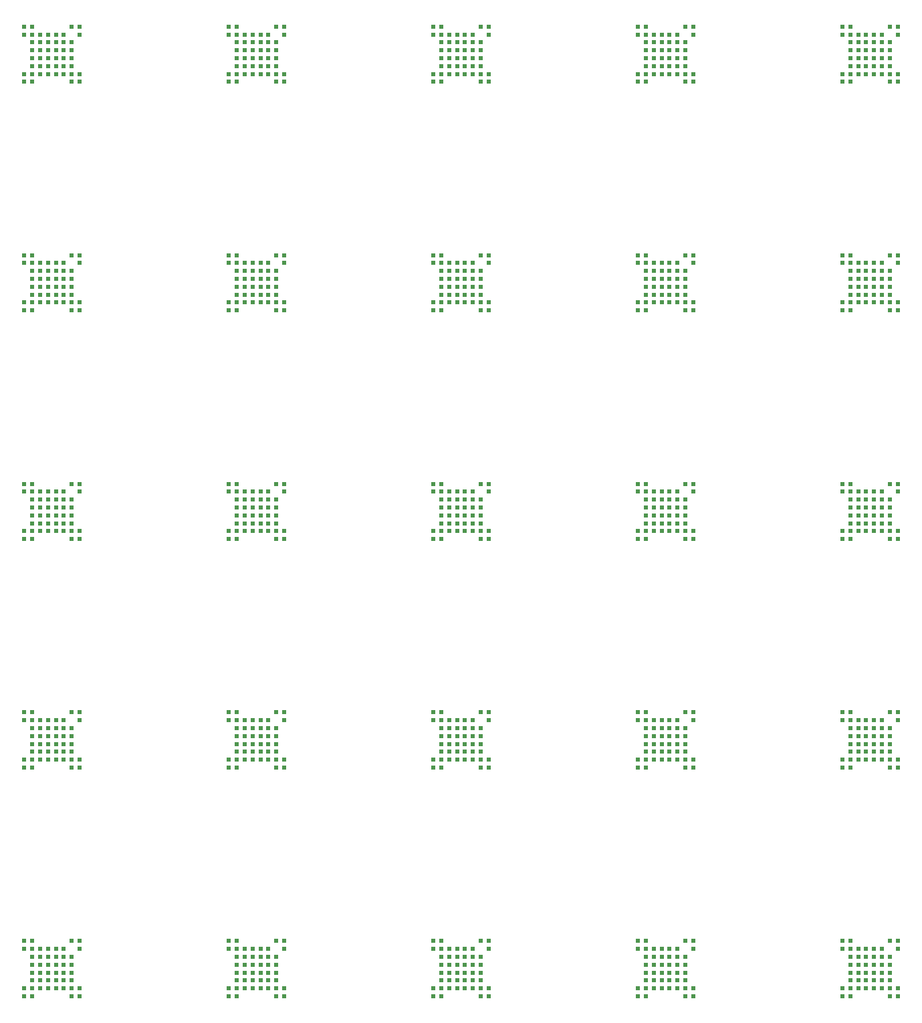
<source format=gbp>
%TF.GenerationSoftware,KiCad,Pcbnew,9.0.1*%
%TF.CreationDate,2025-09-09T14:55:51-06:00*%
%TF.ProjectId,SparkFun_Qwiic_Fingerprint_Sensor_FPC2534_panelized,53706172-6b46-4756-9e5f-51776969635f,v10*%
%TF.SameCoordinates,Original*%
%TF.FileFunction,Paste,Bot*%
%TF.FilePolarity,Positive*%
%FSLAX46Y46*%
G04 Gerber Fmt 4.6, Leading zero omitted, Abs format (unit mm)*
G04 Created by KiCad (PCBNEW 9.0.1) date 2025-09-09 14:55:51*
%MOMM*%
%LPD*%
G01*
G04 APERTURE LIST*
%ADD10R,0.600000X0.600000*%
G04 APERTURE END LIST*
D10*
%TO.C,U1*%
X119800000Y131992000D03*
X118800000Y131992000D03*
X113800000Y131992000D03*
X112800000Y131992000D03*
X119800000Y130992000D03*
X117800000Y130992000D03*
X116800000Y130992000D03*
X115800000Y130992000D03*
X114800000Y130992000D03*
X113800000Y130992000D03*
X112800000Y130992000D03*
X118800000Y129992000D03*
X117800000Y129992000D03*
X116800000Y129992000D03*
X115800000Y129992000D03*
X114800000Y129992000D03*
X113800000Y129992000D03*
X118800000Y128992000D03*
X117800000Y128992000D03*
X116800000Y128992000D03*
X115800000Y128992000D03*
X114800000Y128992000D03*
X113800000Y128992000D03*
X118800000Y127992000D03*
X117800000Y127992000D03*
X116800000Y127992000D03*
X115800000Y127992000D03*
X114800000Y127992000D03*
X113800000Y127992000D03*
X118800000Y126992000D03*
X117800000Y126992000D03*
X116800000Y126992000D03*
X115800000Y126992000D03*
X114800000Y126992000D03*
X113800000Y126992000D03*
X119800000Y125992000D03*
X118800000Y125992000D03*
X117800000Y125992000D03*
X116800000Y125992000D03*
X115800000Y125992000D03*
X114800000Y125992000D03*
X113800000Y125992000D03*
X112800000Y125992000D03*
X119800000Y124992000D03*
X118800000Y124992000D03*
X113800000Y124992000D03*
X112800000Y124992000D03*
%TD*%
%TO.C,U1*%
X119800000Y103044000D03*
X118800000Y103044000D03*
X113800000Y103044000D03*
X112800000Y103044000D03*
X119800000Y102044000D03*
X117800000Y102044000D03*
X116800000Y102044000D03*
X115800000Y102044000D03*
X114800000Y102044000D03*
X113800000Y102044000D03*
X112800000Y102044000D03*
X118800000Y101044000D03*
X117800000Y101044000D03*
X116800000Y101044000D03*
X115800000Y101044000D03*
X114800000Y101044000D03*
X113800000Y101044000D03*
X118800000Y100044000D03*
X117800000Y100044000D03*
X116800000Y100044000D03*
X115800000Y100044000D03*
X114800000Y100044000D03*
X113800000Y100044000D03*
X118800000Y99044000D03*
X117800000Y99044000D03*
X116800000Y99044000D03*
X115800000Y99044000D03*
X114800000Y99044000D03*
X113800000Y99044000D03*
X118800000Y98044000D03*
X117800000Y98044000D03*
X116800000Y98044000D03*
X115800000Y98044000D03*
X114800000Y98044000D03*
X113800000Y98044000D03*
X119800000Y97044000D03*
X118800000Y97044000D03*
X117800000Y97044000D03*
X116800000Y97044000D03*
X115800000Y97044000D03*
X114800000Y97044000D03*
X113800000Y97044000D03*
X112800000Y97044000D03*
X119800000Y96044000D03*
X118800000Y96044000D03*
X113800000Y96044000D03*
X112800000Y96044000D03*
%TD*%
%TO.C,U1*%
X119800000Y74096000D03*
X118800000Y74096000D03*
X113800000Y74096000D03*
X112800000Y74096000D03*
X119800000Y73096000D03*
X117800000Y73096000D03*
X116800000Y73096000D03*
X115800000Y73096000D03*
X114800000Y73096000D03*
X113800000Y73096000D03*
X112800000Y73096000D03*
X118800000Y72096000D03*
X117800000Y72096000D03*
X116800000Y72096000D03*
X115800000Y72096000D03*
X114800000Y72096000D03*
X113800000Y72096000D03*
X118800000Y71096000D03*
X117800000Y71096000D03*
X116800000Y71096000D03*
X115800000Y71096000D03*
X114800000Y71096000D03*
X113800000Y71096000D03*
X118800000Y70096000D03*
X117800000Y70096000D03*
X116800000Y70096000D03*
X115800000Y70096000D03*
X114800000Y70096000D03*
X113800000Y70096000D03*
X118800000Y69096000D03*
X117800000Y69096000D03*
X116800000Y69096000D03*
X115800000Y69096000D03*
X114800000Y69096000D03*
X113800000Y69096000D03*
X119800000Y68096000D03*
X118800000Y68096000D03*
X117800000Y68096000D03*
X116800000Y68096000D03*
X115800000Y68096000D03*
X114800000Y68096000D03*
X113800000Y68096000D03*
X112800000Y68096000D03*
X119800000Y67096000D03*
X118800000Y67096000D03*
X113800000Y67096000D03*
X112800000Y67096000D03*
%TD*%
%TO.C,U1*%
X119800000Y45148000D03*
X118800000Y45148000D03*
X113800000Y45148000D03*
X112800000Y45148000D03*
X119800000Y44148000D03*
X117800000Y44148000D03*
X116800000Y44148000D03*
X115800000Y44148000D03*
X114800000Y44148000D03*
X113800000Y44148000D03*
X112800000Y44148000D03*
X118800000Y43148000D03*
X117800000Y43148000D03*
X116800000Y43148000D03*
X115800000Y43148000D03*
X114800000Y43148000D03*
X113800000Y43148000D03*
X118800000Y42148000D03*
X117800000Y42148000D03*
X116800000Y42148000D03*
X115800000Y42148000D03*
X114800000Y42148000D03*
X113800000Y42148000D03*
X118800000Y41148000D03*
X117800000Y41148000D03*
X116800000Y41148000D03*
X115800000Y41148000D03*
X114800000Y41148000D03*
X113800000Y41148000D03*
X118800000Y40148000D03*
X117800000Y40148000D03*
X116800000Y40148000D03*
X115800000Y40148000D03*
X114800000Y40148000D03*
X113800000Y40148000D03*
X119800000Y39148000D03*
X118800000Y39148000D03*
X117800000Y39148000D03*
X116800000Y39148000D03*
X115800000Y39148000D03*
X114800000Y39148000D03*
X113800000Y39148000D03*
X112800000Y39148000D03*
X119800000Y38148000D03*
X118800000Y38148000D03*
X113800000Y38148000D03*
X112800000Y38148000D03*
%TD*%
%TO.C,U1*%
X119800000Y16200000D03*
X118800000Y16200000D03*
X113800000Y16200000D03*
X112800000Y16200000D03*
X119800000Y15200000D03*
X117800000Y15200000D03*
X116800000Y15200000D03*
X115800000Y15200000D03*
X114800000Y15200000D03*
X113800000Y15200000D03*
X112800000Y15200000D03*
X118800000Y14200000D03*
X117800000Y14200000D03*
X116800000Y14200000D03*
X115800000Y14200000D03*
X114800000Y14200000D03*
X113800000Y14200000D03*
X118800000Y13200000D03*
X117800000Y13200000D03*
X116800000Y13200000D03*
X115800000Y13200000D03*
X114800000Y13200000D03*
X113800000Y13200000D03*
X118800000Y12200000D03*
X117800000Y12200000D03*
X116800000Y12200000D03*
X115800000Y12200000D03*
X114800000Y12200000D03*
X113800000Y12200000D03*
X118800000Y11200000D03*
X117800000Y11200000D03*
X116800000Y11200000D03*
X115800000Y11200000D03*
X114800000Y11200000D03*
X113800000Y11200000D03*
X119800000Y10200000D03*
X118800000Y10200000D03*
X117800000Y10200000D03*
X116800000Y10200000D03*
X115800000Y10200000D03*
X114800000Y10200000D03*
X113800000Y10200000D03*
X112800000Y10200000D03*
X119800000Y9200000D03*
X118800000Y9200000D03*
X113800000Y9200000D03*
X112800000Y9200000D03*
%TD*%
%TO.C,U1*%
X93900000Y131992000D03*
X92900000Y131992000D03*
X87900000Y131992000D03*
X86900000Y131992000D03*
X93900000Y130992000D03*
X91900000Y130992000D03*
X90900000Y130992000D03*
X89900000Y130992000D03*
X88900000Y130992000D03*
X87900000Y130992000D03*
X86900000Y130992000D03*
X92900000Y129992000D03*
X91900000Y129992000D03*
X90900000Y129992000D03*
X89900000Y129992000D03*
X88900000Y129992000D03*
X87900000Y129992000D03*
X92900000Y128992000D03*
X91900000Y128992000D03*
X90900000Y128992000D03*
X89900000Y128992000D03*
X88900000Y128992000D03*
X87900000Y128992000D03*
X92900000Y127992000D03*
X91900000Y127992000D03*
X90900000Y127992000D03*
X89900000Y127992000D03*
X88900000Y127992000D03*
X87900000Y127992000D03*
X92900000Y126992000D03*
X91900000Y126992000D03*
X90900000Y126992000D03*
X89900000Y126992000D03*
X88900000Y126992000D03*
X87900000Y126992000D03*
X93900000Y125992000D03*
X92900000Y125992000D03*
X91900000Y125992000D03*
X90900000Y125992000D03*
X89900000Y125992000D03*
X88900000Y125992000D03*
X87900000Y125992000D03*
X86900000Y125992000D03*
X93900000Y124992000D03*
X92900000Y124992000D03*
X87900000Y124992000D03*
X86900000Y124992000D03*
%TD*%
%TO.C,U1*%
X93900000Y103044000D03*
X92900000Y103044000D03*
X87900000Y103044000D03*
X86900000Y103044000D03*
X93900000Y102044000D03*
X91900000Y102044000D03*
X90900000Y102044000D03*
X89900000Y102044000D03*
X88900000Y102044000D03*
X87900000Y102044000D03*
X86900000Y102044000D03*
X92900000Y101044000D03*
X91900000Y101044000D03*
X90900000Y101044000D03*
X89900000Y101044000D03*
X88900000Y101044000D03*
X87900000Y101044000D03*
X92900000Y100044000D03*
X91900000Y100044000D03*
X90900000Y100044000D03*
X89900000Y100044000D03*
X88900000Y100044000D03*
X87900000Y100044000D03*
X92900000Y99044000D03*
X91900000Y99044000D03*
X90900000Y99044000D03*
X89900000Y99044000D03*
X88900000Y99044000D03*
X87900000Y99044000D03*
X92900000Y98044000D03*
X91900000Y98044000D03*
X90900000Y98044000D03*
X89900000Y98044000D03*
X88900000Y98044000D03*
X87900000Y98044000D03*
X93900000Y97044000D03*
X92900000Y97044000D03*
X91900000Y97044000D03*
X90900000Y97044000D03*
X89900000Y97044000D03*
X88900000Y97044000D03*
X87900000Y97044000D03*
X86900000Y97044000D03*
X93900000Y96044000D03*
X92900000Y96044000D03*
X87900000Y96044000D03*
X86900000Y96044000D03*
%TD*%
%TO.C,U1*%
X93900000Y74096000D03*
X92900000Y74096000D03*
X87900000Y74096000D03*
X86900000Y74096000D03*
X93900000Y73096000D03*
X91900000Y73096000D03*
X90900000Y73096000D03*
X89900000Y73096000D03*
X88900000Y73096000D03*
X87900000Y73096000D03*
X86900000Y73096000D03*
X92900000Y72096000D03*
X91900000Y72096000D03*
X90900000Y72096000D03*
X89900000Y72096000D03*
X88900000Y72096000D03*
X87900000Y72096000D03*
X92900000Y71096000D03*
X91900000Y71096000D03*
X90900000Y71096000D03*
X89900000Y71096000D03*
X88900000Y71096000D03*
X87900000Y71096000D03*
X92900000Y70096000D03*
X91900000Y70096000D03*
X90900000Y70096000D03*
X89900000Y70096000D03*
X88900000Y70096000D03*
X87900000Y70096000D03*
X92900000Y69096000D03*
X91900000Y69096000D03*
X90900000Y69096000D03*
X89900000Y69096000D03*
X88900000Y69096000D03*
X87900000Y69096000D03*
X93900000Y68096000D03*
X92900000Y68096000D03*
X91900000Y68096000D03*
X90900000Y68096000D03*
X89900000Y68096000D03*
X88900000Y68096000D03*
X87900000Y68096000D03*
X86900000Y68096000D03*
X93900000Y67096000D03*
X92900000Y67096000D03*
X87900000Y67096000D03*
X86900000Y67096000D03*
%TD*%
%TO.C,U1*%
X93900000Y45148000D03*
X92900000Y45148000D03*
X87900000Y45148000D03*
X86900000Y45148000D03*
X93900000Y44148000D03*
X91900000Y44148000D03*
X90900000Y44148000D03*
X89900000Y44148000D03*
X88900000Y44148000D03*
X87900000Y44148000D03*
X86900000Y44148000D03*
X92900000Y43148000D03*
X91900000Y43148000D03*
X90900000Y43148000D03*
X89900000Y43148000D03*
X88900000Y43148000D03*
X87900000Y43148000D03*
X92900000Y42148000D03*
X91900000Y42148000D03*
X90900000Y42148000D03*
X89900000Y42148000D03*
X88900000Y42148000D03*
X87900000Y42148000D03*
X92900000Y41148000D03*
X91900000Y41148000D03*
X90900000Y41148000D03*
X89900000Y41148000D03*
X88900000Y41148000D03*
X87900000Y41148000D03*
X92900000Y40148000D03*
X91900000Y40148000D03*
X90900000Y40148000D03*
X89900000Y40148000D03*
X88900000Y40148000D03*
X87900000Y40148000D03*
X93900000Y39148000D03*
X92900000Y39148000D03*
X91900000Y39148000D03*
X90900000Y39148000D03*
X89900000Y39148000D03*
X88900000Y39148000D03*
X87900000Y39148000D03*
X86900000Y39148000D03*
X93900000Y38148000D03*
X92900000Y38148000D03*
X87900000Y38148000D03*
X86900000Y38148000D03*
%TD*%
%TO.C,U1*%
X93900000Y16200000D03*
X92900000Y16200000D03*
X87900000Y16200000D03*
X86900000Y16200000D03*
X93900000Y15200000D03*
X91900000Y15200000D03*
X90900000Y15200000D03*
X89900000Y15200000D03*
X88900000Y15200000D03*
X87900000Y15200000D03*
X86900000Y15200000D03*
X92900000Y14200000D03*
X91900000Y14200000D03*
X90900000Y14200000D03*
X89900000Y14200000D03*
X88900000Y14200000D03*
X87900000Y14200000D03*
X92900000Y13200000D03*
X91900000Y13200000D03*
X90900000Y13200000D03*
X89900000Y13200000D03*
X88900000Y13200000D03*
X87900000Y13200000D03*
X92900000Y12200000D03*
X91900000Y12200000D03*
X90900000Y12200000D03*
X89900000Y12200000D03*
X88900000Y12200000D03*
X87900000Y12200000D03*
X92900000Y11200000D03*
X91900000Y11200000D03*
X90900000Y11200000D03*
X89900000Y11200000D03*
X88900000Y11200000D03*
X87900000Y11200000D03*
X93900000Y10200000D03*
X92900000Y10200000D03*
X91900000Y10200000D03*
X90900000Y10200000D03*
X89900000Y10200000D03*
X88900000Y10200000D03*
X87900000Y10200000D03*
X86900000Y10200000D03*
X93900000Y9200000D03*
X92900000Y9200000D03*
X87900000Y9200000D03*
X86900000Y9200000D03*
%TD*%
%TO.C,U1*%
X68000000Y131992000D03*
X67000000Y131992000D03*
X62000000Y131992000D03*
X61000000Y131992000D03*
X68000000Y130992000D03*
X66000000Y130992000D03*
X65000000Y130992000D03*
X64000000Y130992000D03*
X63000000Y130992000D03*
X62000000Y130992000D03*
X61000000Y130992000D03*
X67000000Y129992000D03*
X66000000Y129992000D03*
X65000000Y129992000D03*
X64000000Y129992000D03*
X63000000Y129992000D03*
X62000000Y129992000D03*
X67000000Y128992000D03*
X66000000Y128992000D03*
X65000000Y128992000D03*
X64000000Y128992000D03*
X63000000Y128992000D03*
X62000000Y128992000D03*
X67000000Y127992000D03*
X66000000Y127992000D03*
X65000000Y127992000D03*
X64000000Y127992000D03*
X63000000Y127992000D03*
X62000000Y127992000D03*
X67000000Y126992000D03*
X66000000Y126992000D03*
X65000000Y126992000D03*
X64000000Y126992000D03*
X63000000Y126992000D03*
X62000000Y126992000D03*
X68000000Y125992000D03*
X67000000Y125992000D03*
X66000000Y125992000D03*
X65000000Y125992000D03*
X64000000Y125992000D03*
X63000000Y125992000D03*
X62000000Y125992000D03*
X61000000Y125992000D03*
X68000000Y124992000D03*
X67000000Y124992000D03*
X62000000Y124992000D03*
X61000000Y124992000D03*
%TD*%
%TO.C,U1*%
X68000000Y103044000D03*
X67000000Y103044000D03*
X62000000Y103044000D03*
X61000000Y103044000D03*
X68000000Y102044000D03*
X66000000Y102044000D03*
X65000000Y102044000D03*
X64000000Y102044000D03*
X63000000Y102044000D03*
X62000000Y102044000D03*
X61000000Y102044000D03*
X67000000Y101044000D03*
X66000000Y101044000D03*
X65000000Y101044000D03*
X64000000Y101044000D03*
X63000000Y101044000D03*
X62000000Y101044000D03*
X67000000Y100044000D03*
X66000000Y100044000D03*
X65000000Y100044000D03*
X64000000Y100044000D03*
X63000000Y100044000D03*
X62000000Y100044000D03*
X67000000Y99044000D03*
X66000000Y99044000D03*
X65000000Y99044000D03*
X64000000Y99044000D03*
X63000000Y99044000D03*
X62000000Y99044000D03*
X67000000Y98044000D03*
X66000000Y98044000D03*
X65000000Y98044000D03*
X64000000Y98044000D03*
X63000000Y98044000D03*
X62000000Y98044000D03*
X68000000Y97044000D03*
X67000000Y97044000D03*
X66000000Y97044000D03*
X65000000Y97044000D03*
X64000000Y97044000D03*
X63000000Y97044000D03*
X62000000Y97044000D03*
X61000000Y97044000D03*
X68000000Y96044000D03*
X67000000Y96044000D03*
X62000000Y96044000D03*
X61000000Y96044000D03*
%TD*%
%TO.C,U1*%
X68000000Y74096000D03*
X67000000Y74096000D03*
X62000000Y74096000D03*
X61000000Y74096000D03*
X68000000Y73096000D03*
X66000000Y73096000D03*
X65000000Y73096000D03*
X64000000Y73096000D03*
X63000000Y73096000D03*
X62000000Y73096000D03*
X61000000Y73096000D03*
X67000000Y72096000D03*
X66000000Y72096000D03*
X65000000Y72096000D03*
X64000000Y72096000D03*
X63000000Y72096000D03*
X62000000Y72096000D03*
X67000000Y71096000D03*
X66000000Y71096000D03*
X65000000Y71096000D03*
X64000000Y71096000D03*
X63000000Y71096000D03*
X62000000Y71096000D03*
X67000000Y70096000D03*
X66000000Y70096000D03*
X65000000Y70096000D03*
X64000000Y70096000D03*
X63000000Y70096000D03*
X62000000Y70096000D03*
X67000000Y69096000D03*
X66000000Y69096000D03*
X65000000Y69096000D03*
X64000000Y69096000D03*
X63000000Y69096000D03*
X62000000Y69096000D03*
X68000000Y68096000D03*
X67000000Y68096000D03*
X66000000Y68096000D03*
X65000000Y68096000D03*
X64000000Y68096000D03*
X63000000Y68096000D03*
X62000000Y68096000D03*
X61000000Y68096000D03*
X68000000Y67096000D03*
X67000000Y67096000D03*
X62000000Y67096000D03*
X61000000Y67096000D03*
%TD*%
%TO.C,U1*%
X68000000Y45148000D03*
X67000000Y45148000D03*
X62000000Y45148000D03*
X61000000Y45148000D03*
X68000000Y44148000D03*
X66000000Y44148000D03*
X65000000Y44148000D03*
X64000000Y44148000D03*
X63000000Y44148000D03*
X62000000Y44148000D03*
X61000000Y44148000D03*
X67000000Y43148000D03*
X66000000Y43148000D03*
X65000000Y43148000D03*
X64000000Y43148000D03*
X63000000Y43148000D03*
X62000000Y43148000D03*
X67000000Y42148000D03*
X66000000Y42148000D03*
X65000000Y42148000D03*
X64000000Y42148000D03*
X63000000Y42148000D03*
X62000000Y42148000D03*
X67000000Y41148000D03*
X66000000Y41148000D03*
X65000000Y41148000D03*
X64000000Y41148000D03*
X63000000Y41148000D03*
X62000000Y41148000D03*
X67000000Y40148000D03*
X66000000Y40148000D03*
X65000000Y40148000D03*
X64000000Y40148000D03*
X63000000Y40148000D03*
X62000000Y40148000D03*
X68000000Y39148000D03*
X67000000Y39148000D03*
X66000000Y39148000D03*
X65000000Y39148000D03*
X64000000Y39148000D03*
X63000000Y39148000D03*
X62000000Y39148000D03*
X61000000Y39148000D03*
X68000000Y38148000D03*
X67000000Y38148000D03*
X62000000Y38148000D03*
X61000000Y38148000D03*
%TD*%
%TO.C,U1*%
X68000000Y16200000D03*
X67000000Y16200000D03*
X62000000Y16200000D03*
X61000000Y16200000D03*
X68000000Y15200000D03*
X66000000Y15200000D03*
X65000000Y15200000D03*
X64000000Y15200000D03*
X63000000Y15200000D03*
X62000000Y15200000D03*
X61000000Y15200000D03*
X67000000Y14200000D03*
X66000000Y14200000D03*
X65000000Y14200000D03*
X64000000Y14200000D03*
X63000000Y14200000D03*
X62000000Y14200000D03*
X67000000Y13200000D03*
X66000000Y13200000D03*
X65000000Y13200000D03*
X64000000Y13200000D03*
X63000000Y13200000D03*
X62000000Y13200000D03*
X67000000Y12200000D03*
X66000000Y12200000D03*
X65000000Y12200000D03*
X64000000Y12200000D03*
X63000000Y12200000D03*
X62000000Y12200000D03*
X67000000Y11200000D03*
X66000000Y11200000D03*
X65000000Y11200000D03*
X64000000Y11200000D03*
X63000000Y11200000D03*
X62000000Y11200000D03*
X68000000Y10200000D03*
X67000000Y10200000D03*
X66000000Y10200000D03*
X65000000Y10200000D03*
X64000000Y10200000D03*
X63000000Y10200000D03*
X62000000Y10200000D03*
X61000000Y10200000D03*
X68000000Y9200000D03*
X67000000Y9200000D03*
X62000000Y9200000D03*
X61000000Y9200000D03*
%TD*%
%TO.C,U1*%
X42100000Y131992000D03*
X41100000Y131992000D03*
X36100000Y131992000D03*
X35100000Y131992000D03*
X42100000Y130992000D03*
X40100000Y130992000D03*
X39100000Y130992000D03*
X38100000Y130992000D03*
X37100000Y130992000D03*
X36100000Y130992000D03*
X35100000Y130992000D03*
X41100000Y129992000D03*
X40100000Y129992000D03*
X39100000Y129992000D03*
X38100000Y129992000D03*
X37100000Y129992000D03*
X36100000Y129992000D03*
X41100000Y128992000D03*
X40100000Y128992000D03*
X39100000Y128992000D03*
X38100000Y128992000D03*
X37100000Y128992000D03*
X36100000Y128992000D03*
X41100000Y127992000D03*
X40100000Y127992000D03*
X39100000Y127992000D03*
X38100000Y127992000D03*
X37100000Y127992000D03*
X36100000Y127992000D03*
X41100000Y126992000D03*
X40100000Y126992000D03*
X39100000Y126992000D03*
X38100000Y126992000D03*
X37100000Y126992000D03*
X36100000Y126992000D03*
X42100000Y125992000D03*
X41100000Y125992000D03*
X40100000Y125992000D03*
X39100000Y125992000D03*
X38100000Y125992000D03*
X37100000Y125992000D03*
X36100000Y125992000D03*
X35100000Y125992000D03*
X42100000Y124992000D03*
X41100000Y124992000D03*
X36100000Y124992000D03*
X35100000Y124992000D03*
%TD*%
%TO.C,U1*%
X42100000Y103044000D03*
X41100000Y103044000D03*
X36100000Y103044000D03*
X35100000Y103044000D03*
X42100000Y102044000D03*
X40100000Y102044000D03*
X39100000Y102044000D03*
X38100000Y102044000D03*
X37100000Y102044000D03*
X36100000Y102044000D03*
X35100000Y102044000D03*
X41100000Y101044000D03*
X40100000Y101044000D03*
X39100000Y101044000D03*
X38100000Y101044000D03*
X37100000Y101044000D03*
X36100000Y101044000D03*
X41100000Y100044000D03*
X40100000Y100044000D03*
X39100000Y100044000D03*
X38100000Y100044000D03*
X37100000Y100044000D03*
X36100000Y100044000D03*
X41100000Y99044000D03*
X40100000Y99044000D03*
X39100000Y99044000D03*
X38100000Y99044000D03*
X37100000Y99044000D03*
X36100000Y99044000D03*
X41100000Y98044000D03*
X40100000Y98044000D03*
X39100000Y98044000D03*
X38100000Y98044000D03*
X37100000Y98044000D03*
X36100000Y98044000D03*
X42100000Y97044000D03*
X41100000Y97044000D03*
X40100000Y97044000D03*
X39100000Y97044000D03*
X38100000Y97044000D03*
X37100000Y97044000D03*
X36100000Y97044000D03*
X35100000Y97044000D03*
X42100000Y96044000D03*
X41100000Y96044000D03*
X36100000Y96044000D03*
X35100000Y96044000D03*
%TD*%
%TO.C,U1*%
X42100000Y74096000D03*
X41100000Y74096000D03*
X36100000Y74096000D03*
X35100000Y74096000D03*
X42100000Y73096000D03*
X40100000Y73096000D03*
X39100000Y73096000D03*
X38100000Y73096000D03*
X37100000Y73096000D03*
X36100000Y73096000D03*
X35100000Y73096000D03*
X41100000Y72096000D03*
X40100000Y72096000D03*
X39100000Y72096000D03*
X38100000Y72096000D03*
X37100000Y72096000D03*
X36100000Y72096000D03*
X41100000Y71096000D03*
X40100000Y71096000D03*
X39100000Y71096000D03*
X38100000Y71096000D03*
X37100000Y71096000D03*
X36100000Y71096000D03*
X41100000Y70096000D03*
X40100000Y70096000D03*
X39100000Y70096000D03*
X38100000Y70096000D03*
X37100000Y70096000D03*
X36100000Y70096000D03*
X41100000Y69096000D03*
X40100000Y69096000D03*
X39100000Y69096000D03*
X38100000Y69096000D03*
X37100000Y69096000D03*
X36100000Y69096000D03*
X42100000Y68096000D03*
X41100000Y68096000D03*
X40100000Y68096000D03*
X39100000Y68096000D03*
X38100000Y68096000D03*
X37100000Y68096000D03*
X36100000Y68096000D03*
X35100000Y68096000D03*
X42100000Y67096000D03*
X41100000Y67096000D03*
X36100000Y67096000D03*
X35100000Y67096000D03*
%TD*%
%TO.C,U1*%
X42100000Y45148000D03*
X41100000Y45148000D03*
X36100000Y45148000D03*
X35100000Y45148000D03*
X42100000Y44148000D03*
X40100000Y44148000D03*
X39100000Y44148000D03*
X38100000Y44148000D03*
X37100000Y44148000D03*
X36100000Y44148000D03*
X35100000Y44148000D03*
X41100000Y43148000D03*
X40100000Y43148000D03*
X39100000Y43148000D03*
X38100000Y43148000D03*
X37100000Y43148000D03*
X36100000Y43148000D03*
X41100000Y42148000D03*
X40100000Y42148000D03*
X39100000Y42148000D03*
X38100000Y42148000D03*
X37100000Y42148000D03*
X36100000Y42148000D03*
X41100000Y41148000D03*
X40100000Y41148000D03*
X39100000Y41148000D03*
X38100000Y41148000D03*
X37100000Y41148000D03*
X36100000Y41148000D03*
X41100000Y40148000D03*
X40100000Y40148000D03*
X39100000Y40148000D03*
X38100000Y40148000D03*
X37100000Y40148000D03*
X36100000Y40148000D03*
X42100000Y39148000D03*
X41100000Y39148000D03*
X40100000Y39148000D03*
X39100000Y39148000D03*
X38100000Y39148000D03*
X37100000Y39148000D03*
X36100000Y39148000D03*
X35100000Y39148000D03*
X42100000Y38148000D03*
X41100000Y38148000D03*
X36100000Y38148000D03*
X35100000Y38148000D03*
%TD*%
%TO.C,U1*%
X42100000Y16200000D03*
X41100000Y16200000D03*
X36100000Y16200000D03*
X35100000Y16200000D03*
X42100000Y15200000D03*
X40100000Y15200000D03*
X39100000Y15200000D03*
X38100000Y15200000D03*
X37100000Y15200000D03*
X36100000Y15200000D03*
X35100000Y15200000D03*
X41100000Y14200000D03*
X40100000Y14200000D03*
X39100000Y14200000D03*
X38100000Y14200000D03*
X37100000Y14200000D03*
X36100000Y14200000D03*
X41100000Y13200000D03*
X40100000Y13200000D03*
X39100000Y13200000D03*
X38100000Y13200000D03*
X37100000Y13200000D03*
X36100000Y13200000D03*
X41100000Y12200000D03*
X40100000Y12200000D03*
X39100000Y12200000D03*
X38100000Y12200000D03*
X37100000Y12200000D03*
X36100000Y12200000D03*
X41100000Y11200000D03*
X40100000Y11200000D03*
X39100000Y11200000D03*
X38100000Y11200000D03*
X37100000Y11200000D03*
X36100000Y11200000D03*
X42100000Y10200000D03*
X41100000Y10200000D03*
X40100000Y10200000D03*
X39100000Y10200000D03*
X38100000Y10200000D03*
X37100000Y10200000D03*
X36100000Y10200000D03*
X35100000Y10200000D03*
X42100000Y9200000D03*
X41100000Y9200000D03*
X36100000Y9200000D03*
X35100000Y9200000D03*
%TD*%
%TO.C,U1*%
X16200000Y131992000D03*
X15200000Y131992000D03*
X10200000Y131992000D03*
X9200000Y131992000D03*
X16200000Y130992000D03*
X14200000Y130992000D03*
X13200000Y130992000D03*
X12200000Y130992000D03*
X11200000Y130992000D03*
X10200000Y130992000D03*
X9200000Y130992000D03*
X15200000Y129992000D03*
X14200000Y129992000D03*
X13200000Y129992000D03*
X12200000Y129992000D03*
X11200000Y129992000D03*
X10200000Y129992000D03*
X15200000Y128992000D03*
X14200000Y128992000D03*
X13200000Y128992000D03*
X12200000Y128992000D03*
X11200000Y128992000D03*
X10200000Y128992000D03*
X15200000Y127992000D03*
X14200000Y127992000D03*
X13200000Y127992000D03*
X12200000Y127992000D03*
X11200000Y127992000D03*
X10200000Y127992000D03*
X15200000Y126992000D03*
X14200000Y126992000D03*
X13200000Y126992000D03*
X12200000Y126992000D03*
X11200000Y126992000D03*
X10200000Y126992000D03*
X16200000Y125992000D03*
X15200000Y125992000D03*
X14200000Y125992000D03*
X13200000Y125992000D03*
X12200000Y125992000D03*
X11200000Y125992000D03*
X10200000Y125992000D03*
X9200000Y125992000D03*
X16200000Y124992000D03*
X15200000Y124992000D03*
X10200000Y124992000D03*
X9200000Y124992000D03*
%TD*%
%TO.C,U1*%
X16200000Y103044000D03*
X15200000Y103044000D03*
X10200000Y103044000D03*
X9200000Y103044000D03*
X16200000Y102044000D03*
X14200000Y102044000D03*
X13200000Y102044000D03*
X12200000Y102044000D03*
X11200000Y102044000D03*
X10200000Y102044000D03*
X9200000Y102044000D03*
X15200000Y101044000D03*
X14200000Y101044000D03*
X13200000Y101044000D03*
X12200000Y101044000D03*
X11200000Y101044000D03*
X10200000Y101044000D03*
X15200000Y100044000D03*
X14200000Y100044000D03*
X13200000Y100044000D03*
X12200000Y100044000D03*
X11200000Y100044000D03*
X10200000Y100044000D03*
X15200000Y99044000D03*
X14200000Y99044000D03*
X13200000Y99044000D03*
X12200000Y99044000D03*
X11200000Y99044000D03*
X10200000Y99044000D03*
X15200000Y98044000D03*
X14200000Y98044000D03*
X13200000Y98044000D03*
X12200000Y98044000D03*
X11200000Y98044000D03*
X10200000Y98044000D03*
X16200000Y97044000D03*
X15200000Y97044000D03*
X14200000Y97044000D03*
X13200000Y97044000D03*
X12200000Y97044000D03*
X11200000Y97044000D03*
X10200000Y97044000D03*
X9200000Y97044000D03*
X16200000Y96044000D03*
X15200000Y96044000D03*
X10200000Y96044000D03*
X9200000Y96044000D03*
%TD*%
%TO.C,U1*%
X16200000Y74096000D03*
X15200000Y74096000D03*
X10200000Y74096000D03*
X9200000Y74096000D03*
X16200000Y73096000D03*
X14200000Y73096000D03*
X13200000Y73096000D03*
X12200000Y73096000D03*
X11200000Y73096000D03*
X10200000Y73096000D03*
X9200000Y73096000D03*
X15200000Y72096000D03*
X14200000Y72096000D03*
X13200000Y72096000D03*
X12200000Y72096000D03*
X11200000Y72096000D03*
X10200000Y72096000D03*
X15200000Y71096000D03*
X14200000Y71096000D03*
X13200000Y71096000D03*
X12200000Y71096000D03*
X11200000Y71096000D03*
X10200000Y71096000D03*
X15200000Y70096000D03*
X14200000Y70096000D03*
X13200000Y70096000D03*
X12200000Y70096000D03*
X11200000Y70096000D03*
X10200000Y70096000D03*
X15200000Y69096000D03*
X14200000Y69096000D03*
X13200000Y69096000D03*
X12200000Y69096000D03*
X11200000Y69096000D03*
X10200000Y69096000D03*
X16200000Y68096000D03*
X15200000Y68096000D03*
X14200000Y68096000D03*
X13200000Y68096000D03*
X12200000Y68096000D03*
X11200000Y68096000D03*
X10200000Y68096000D03*
X9200000Y68096000D03*
X16200000Y67096000D03*
X15200000Y67096000D03*
X10200000Y67096000D03*
X9200000Y67096000D03*
%TD*%
%TO.C,U1*%
X16200000Y45148000D03*
X15200000Y45148000D03*
X10200000Y45148000D03*
X9200000Y45148000D03*
X16200000Y44148000D03*
X14200000Y44148000D03*
X13200000Y44148000D03*
X12200000Y44148000D03*
X11200000Y44148000D03*
X10200000Y44148000D03*
X9200000Y44148000D03*
X15200000Y43148000D03*
X14200000Y43148000D03*
X13200000Y43148000D03*
X12200000Y43148000D03*
X11200000Y43148000D03*
X10200000Y43148000D03*
X15200000Y42148000D03*
X14200000Y42148000D03*
X13200000Y42148000D03*
X12200000Y42148000D03*
X11200000Y42148000D03*
X10200000Y42148000D03*
X15200000Y41148000D03*
X14200000Y41148000D03*
X13200000Y41148000D03*
X12200000Y41148000D03*
X11200000Y41148000D03*
X10200000Y41148000D03*
X15200000Y40148000D03*
X14200000Y40148000D03*
X13200000Y40148000D03*
X12200000Y40148000D03*
X11200000Y40148000D03*
X10200000Y40148000D03*
X16200000Y39148000D03*
X15200000Y39148000D03*
X14200000Y39148000D03*
X13200000Y39148000D03*
X12200000Y39148000D03*
X11200000Y39148000D03*
X10200000Y39148000D03*
X9200000Y39148000D03*
X16200000Y38148000D03*
X15200000Y38148000D03*
X10200000Y38148000D03*
X9200000Y38148000D03*
%TD*%
%TO.C,U1*%
X16200000Y16200000D03*
X15200000Y16200000D03*
X10200000Y16200000D03*
X9200000Y16200000D03*
X16200000Y15200000D03*
X14200000Y15200000D03*
X13200000Y15200000D03*
X12200000Y15200000D03*
X11200000Y15200000D03*
X10200000Y15200000D03*
X9200000Y15200000D03*
X15200000Y14200000D03*
X14200000Y14200000D03*
X13200000Y14200000D03*
X12200000Y14200000D03*
X11200000Y14200000D03*
X10200000Y14200000D03*
X15200000Y13200000D03*
X14200000Y13200000D03*
X13200000Y13200000D03*
X12200000Y13200000D03*
X11200000Y13200000D03*
X10200000Y13200000D03*
X15200000Y12200000D03*
X14200000Y12200000D03*
X13200000Y12200000D03*
X12200000Y12200000D03*
X11200000Y12200000D03*
X10200000Y12200000D03*
X15200000Y11200000D03*
X14200000Y11200000D03*
X13200000Y11200000D03*
X12200000Y11200000D03*
X11200000Y11200000D03*
X10200000Y11200000D03*
X16200000Y10200000D03*
X15200000Y10200000D03*
X14200000Y10200000D03*
X13200000Y10200000D03*
X12200000Y10200000D03*
X11200000Y10200000D03*
X10200000Y10200000D03*
X9200000Y10200000D03*
X16200000Y9200000D03*
X15200000Y9200000D03*
X10200000Y9200000D03*
X9200000Y9200000D03*
%TD*%
M02*

</source>
